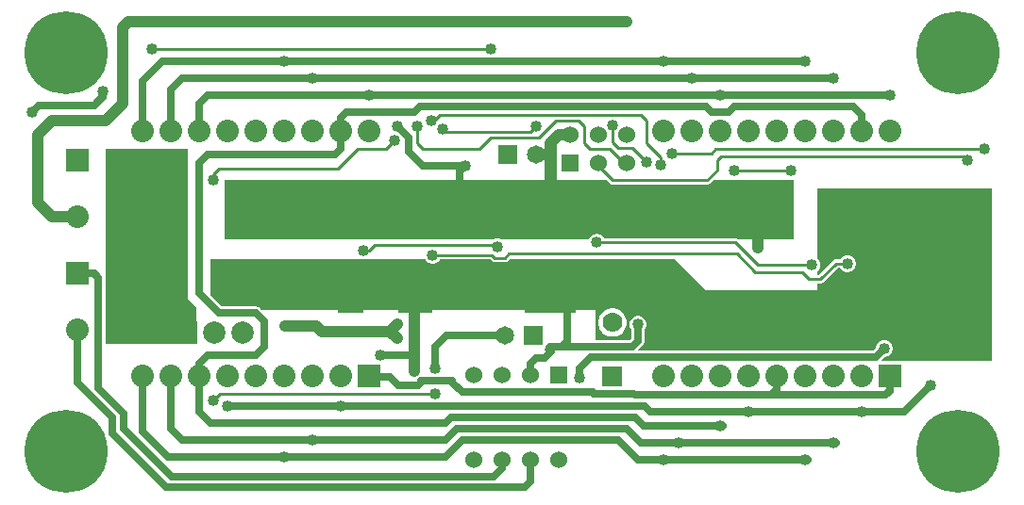
<source format=gbr>
G04 start of page 3 for group 1 idx 1 *
G04 Title: (unknown), solder *
G04 Creator: pcb 20110918 *
G04 CreationDate: Tue 05 Feb 2013 03:16:39 AM GMT UTC *
G04 For: railfan *
G04 Format: Gerber/RS-274X *
G04 PCB-Dimensions: 350000 175000 *
G04 PCB-Coordinate-Origin: lower left *
%MOIN*%
%FSLAX25Y25*%
%LNBOTTOM*%
%ADD50C,0.0380*%
%ADD49C,0.0430*%
%ADD48C,0.0280*%
%ADD47C,0.0450*%
%ADD46C,0.0480*%
%ADD45C,0.1285*%
%ADD44C,0.0200*%
%ADD43C,0.0650*%
%ADD42C,0.0600*%
%ADD41C,0.0700*%
%ADD40C,0.0787*%
%ADD39C,0.0800*%
%ADD38C,0.2937*%
%ADD37C,0.0100*%
%ADD36C,0.0400*%
%ADD35C,0.0250*%
%ADD34C,0.0001*%
G54D34*G36*
X218000Y85000D02*X229500D01*
Y74000D01*
X218000D01*
Y85000D01*
G37*
G36*
X227000D02*X232000D01*
X243000Y74000D01*
Y69000D01*
X227000D01*
Y79035D01*
X227430Y79138D01*
X227866Y79319D01*
X228269Y79565D01*
X228628Y79872D01*
X228935Y80231D01*
X229181Y80634D01*
X229362Y81070D01*
X229472Y81529D01*
X229500Y82000D01*
X229472Y82471D01*
X229362Y82930D01*
X229181Y83366D01*
X228935Y83769D01*
X228628Y84128D01*
X228269Y84435D01*
X227866Y84681D01*
X227430Y84862D01*
X227000Y84965D01*
Y85000D01*
G37*
G36*
X256000Y69500D02*X267500D01*
Y58500D01*
X256000D01*
Y69500D01*
G37*
G36*
X321495Y74000D02*X344000D01*
Y49000D01*
X321495D01*
Y60991D01*
X321500Y60991D01*
X321971Y61028D01*
X322430Y61138D01*
X322866Y61319D01*
X323269Y61565D01*
X323628Y61872D01*
X323935Y62231D01*
X324181Y62634D01*
X324362Y63070D01*
X324472Y63529D01*
X324500Y64000D01*
X324472Y64471D01*
X324362Y64930D01*
X324181Y65366D01*
X323935Y65769D01*
X323628Y66128D01*
X323269Y66435D01*
X322866Y66681D01*
X322430Y66862D01*
X321971Y66972D01*
X321500Y67009D01*
X321495Y67009D01*
Y74000D01*
G37*
G36*
X281495D02*X297035D01*
X297138Y73570D01*
X297319Y73134D01*
X297565Y72731D01*
X297872Y72372D01*
X298231Y72065D01*
X298634Y71819D01*
X299070Y71638D01*
X299529Y71528D01*
X300000Y71491D01*
X300471Y71528D01*
X300930Y71638D01*
X301366Y71819D01*
X301769Y72065D01*
X302128Y72372D01*
X302435Y72731D01*
X302681Y73134D01*
X302862Y73570D01*
X302965Y74000D01*
X321495D01*
Y67009D01*
X321029Y66972D01*
X320570Y66862D01*
X320134Y66681D01*
X319731Y66435D01*
X319372Y66128D01*
X319065Y65769D01*
X318819Y65366D01*
X318638Y64930D01*
X318528Y64471D01*
X318491Y64000D01*
X318528Y63529D01*
X318638Y63070D01*
X318819Y62634D01*
X319065Y62231D01*
X319372Y61872D01*
X319731Y61565D01*
X320134Y61319D01*
X320570Y61138D01*
X321029Y61028D01*
X321495Y60991D01*
Y49000D01*
X312749D01*
X312683Y49041D01*
X312465Y49131D01*
X312235Y49186D01*
X312000Y49200D01*
X304870Y49188D01*
X306187Y50506D01*
X306471Y50528D01*
X306930Y50638D01*
X307366Y50819D01*
X307769Y51065D01*
X308128Y51372D01*
X308435Y51731D01*
X308681Y52134D01*
X308862Y52570D01*
X308972Y53029D01*
X309000Y53500D01*
X308972Y53971D01*
X308862Y54430D01*
X308681Y54866D01*
X308435Y55269D01*
X308128Y55628D01*
X307769Y55935D01*
X307366Y56181D01*
X306930Y56362D01*
X306471Y56472D01*
X306000Y56509D01*
X305529Y56472D01*
X305070Y56362D01*
X304634Y56181D01*
X304231Y55935D01*
X303872Y55628D01*
X303565Y55269D01*
X303319Y54866D01*
X303138Y54430D01*
X303028Y53971D01*
X303006Y53687D01*
X302068Y52750D01*
X281495D01*
Y61491D01*
X281500Y61491D01*
X281971Y61528D01*
X282430Y61638D01*
X282866Y61819D01*
X283269Y62065D01*
X283628Y62372D01*
X283935Y62731D01*
X284181Y63134D01*
X284362Y63570D01*
X284472Y64029D01*
X284500Y64500D01*
X284472Y64971D01*
X284362Y65430D01*
X284181Y65866D01*
X283935Y66269D01*
X283628Y66628D01*
X283269Y66935D01*
X282866Y67181D01*
X282430Y67362D01*
X281971Y67472D01*
X281500Y67509D01*
X281495Y67509D01*
Y74000D01*
G37*
G36*
X261995D02*X281495D01*
Y67509D01*
X281029Y67472D01*
X280570Y67362D01*
X280134Y67181D01*
X279731Y66935D01*
X279372Y66628D01*
X279065Y66269D01*
X278819Y65866D01*
X278638Y65430D01*
X278528Y64971D01*
X278491Y64500D01*
X278528Y64029D01*
X278638Y63570D01*
X278819Y63134D01*
X279065Y62731D01*
X279372Y62372D01*
X279731Y62065D01*
X280134Y61819D01*
X280570Y61638D01*
X281029Y61528D01*
X281495Y61491D01*
Y52750D01*
X261995D01*
Y61491D01*
X262000Y61491D01*
X262471Y61528D01*
X262930Y61638D01*
X263366Y61819D01*
X263769Y62065D01*
X264128Y62372D01*
X264435Y62731D01*
X264681Y63134D01*
X264862Y63570D01*
X264972Y64029D01*
X265000Y64500D01*
X264972Y64971D01*
X264862Y65430D01*
X264681Y65866D01*
X264435Y66269D01*
X264128Y66628D01*
X263769Y66935D01*
X263366Y67181D01*
X262930Y67362D01*
X262471Y67472D01*
X262000Y67509D01*
X261995Y67509D01*
Y74000D01*
G37*
G36*
X209992D02*X261995D01*
Y67509D01*
X261529Y67472D01*
X261070Y67362D01*
X260634Y67181D01*
X260231Y66935D01*
X259872Y66628D01*
X259565Y66269D01*
X259319Y65866D01*
X259138Y65430D01*
X259028Y64971D01*
X258991Y64500D01*
X259028Y64029D01*
X259138Y63570D01*
X259319Y63134D01*
X259565Y62731D01*
X259872Y62372D01*
X260231Y62065D01*
X260634Y61819D01*
X261070Y61638D01*
X261529Y61528D01*
X261995Y61491D01*
Y52750D01*
X218932D01*
X220529Y54347D01*
X220596Y54404D01*
X220826Y54673D01*
X220826Y54673D01*
X221011Y54975D01*
X221146Y55303D01*
X221229Y55647D01*
X221257Y56000D01*
X221250Y56088D01*
Y60015D01*
X221435Y60231D01*
X221681Y60634D01*
X221862Y61070D01*
X221972Y61529D01*
X222000Y62000D01*
X221972Y62471D01*
X221862Y62930D01*
X221681Y63366D01*
X221435Y63769D01*
X221128Y64128D01*
X220769Y64435D01*
X220366Y64681D01*
X219930Y64862D01*
X219471Y64972D01*
X219000Y65009D01*
X218529Y64972D01*
X218070Y64862D01*
X217634Y64681D01*
X217231Y64435D01*
X216872Y64128D01*
X216565Y63769D01*
X216319Y63366D01*
X216138Y62930D01*
X216028Y62471D01*
X215991Y62000D01*
X216028Y61529D01*
X216138Y61070D01*
X216319Y60634D01*
X216565Y60231D01*
X216750Y60015D01*
Y56932D01*
X216068Y56250D01*
X209992D01*
Y57591D01*
X210000Y57591D01*
X210785Y57652D01*
X211550Y57836D01*
X212277Y58137D01*
X212948Y58548D01*
X213546Y59060D01*
X214058Y59658D01*
X214469Y60329D01*
X214770Y61056D01*
X214954Y61821D01*
X215000Y62606D01*
X214954Y63391D01*
X214770Y64156D01*
X214469Y64883D01*
X214058Y65554D01*
X213546Y66152D01*
X212948Y66664D01*
X212277Y67075D01*
X211550Y67376D01*
X210785Y67560D01*
X210000Y67621D01*
X209992Y67621D01*
Y74000D01*
G37*
G36*
X204000D02*X209992D01*
Y67621D01*
X209215Y67560D01*
X208450Y67376D01*
X207723Y67075D01*
X207052Y66664D01*
X206454Y66152D01*
X205942Y65554D01*
X205531Y64883D01*
X205230Y64156D01*
X205046Y63391D01*
X204985Y62606D01*
X205046Y61821D01*
X205230Y61056D01*
X205531Y60329D01*
X205942Y59658D01*
X206454Y59060D01*
X207052Y58548D01*
X207723Y58137D01*
X208450Y57836D01*
X209215Y57652D01*
X209992Y57591D01*
Y56250D01*
X204000D01*
Y74000D01*
G37*
G36*
X276000Y70000D02*X287500D01*
Y59000D01*
X276000D01*
Y70000D01*
G37*
G36*
X255500Y103000D02*X267000D01*
Y92000D01*
X255500D01*
Y103000D01*
G37*
G36*
X282500Y91000D02*X290000D01*
Y85000D01*
X283500D01*
X282500Y86000D01*
Y91000D01*
G37*
G36*
X295500Y78500D02*X304500D01*
Y71000D01*
X295500D01*
Y78500D01*
G37*
G36*
X327995Y110000D02*X344000D01*
Y49000D01*
X327995D01*
Y100491D01*
X328000Y100491D01*
X328471Y100528D01*
X328930Y100638D01*
X329366Y100819D01*
X329769Y101065D01*
X330128Y101372D01*
X330435Y101731D01*
X330681Y102134D01*
X330862Y102570D01*
X330972Y103029D01*
X331000Y103500D01*
X330972Y103971D01*
X330862Y104430D01*
X330681Y104866D01*
X330435Y105269D01*
X330128Y105628D01*
X329769Y105935D01*
X329366Y106181D01*
X328930Y106362D01*
X328471Y106472D01*
X328000Y106509D01*
X327995Y106509D01*
Y110000D01*
G37*
G36*
X324000D02*X327995D01*
Y106509D01*
X327529Y106472D01*
X327070Y106362D01*
X326634Y106181D01*
X326231Y105935D01*
X325872Y105628D01*
X325565Y105269D01*
X325319Y104866D01*
X325138Y104430D01*
X325028Y103971D01*
X324991Y103500D01*
X325028Y103029D01*
X325138Y102570D01*
X325319Y102134D01*
X325565Y101731D01*
X325872Y101372D01*
X326231Y101065D01*
X326634Y100819D01*
X327070Y100638D01*
X327529Y100528D01*
X327995Y100491D01*
Y49000D01*
X324000D01*
Y62338D01*
X324181Y62634D01*
X324362Y63070D01*
X324472Y63529D01*
X324500Y64000D01*
X324472Y64471D01*
X324362Y64930D01*
X324181Y65366D01*
X324000Y65662D01*
Y110000D01*
G37*
G36*
X315500Y69000D02*X327000D01*
Y58000D01*
X315500D01*
Y69000D01*
G37*
G36*
X327995Y110000D02*X333000D01*
Y60500D01*
X327995D01*
Y100491D01*
X328000Y100491D01*
X328471Y100528D01*
X328930Y100638D01*
X329366Y100819D01*
X329769Y101065D01*
X330128Y101372D01*
X330435Y101731D01*
X330681Y102134D01*
X330862Y102570D01*
X330972Y103029D01*
X331000Y103500D01*
X330972Y103971D01*
X330862Y104430D01*
X330681Y104866D01*
X330435Y105269D01*
X330128Y105628D01*
X329769Y105935D01*
X329366Y106181D01*
X328930Y106362D01*
X328471Y106472D01*
X328000Y106509D01*
X327995Y106509D01*
Y110000D01*
G37*
G36*
X321495D02*X327995D01*
Y106509D01*
X327529Y106472D01*
X327070Y106362D01*
X326634Y106181D01*
X326231Y105935D01*
X325872Y105628D01*
X325565Y105269D01*
X325319Y104866D01*
X325138Y104430D01*
X325028Y103971D01*
X324991Y103500D01*
X325028Y103029D01*
X325138Y102570D01*
X325319Y102134D01*
X325565Y101731D01*
X325872Y101372D01*
X326231Y101065D01*
X326634Y100819D01*
X327070Y100638D01*
X327529Y100528D01*
X327995Y100491D01*
Y60500D01*
X321495D01*
Y60991D01*
X321500Y60991D01*
X321971Y61028D01*
X322430Y61138D01*
X322866Y61319D01*
X323269Y61565D01*
X323628Y61872D01*
X323935Y62231D01*
X324181Y62634D01*
X324362Y63070D01*
X324472Y63529D01*
X324500Y64000D01*
X324472Y64471D01*
X324362Y64930D01*
X324181Y65366D01*
X323935Y65769D01*
X323628Y66128D01*
X323269Y66435D01*
X322866Y66681D01*
X322430Y66862D01*
X321971Y66972D01*
X321500Y67009D01*
X321495Y67009D01*
Y110000D01*
G37*
G36*
X312495D02*X321495D01*
Y67009D01*
X321029Y66972D01*
X320570Y66862D01*
X320134Y66681D01*
X319731Y66435D01*
X319372Y66128D01*
X319065Y65769D01*
X318819Y65366D01*
X318638Y64930D01*
X318528Y64471D01*
X318491Y64000D01*
X318528Y63529D01*
X318638Y63070D01*
X318819Y62634D01*
X319065Y62231D01*
X319372Y61872D01*
X319731Y61565D01*
X320134Y61319D01*
X320570Y61138D01*
X321029Y61028D01*
X321495Y60991D01*
Y60500D01*
X312495D01*
Y100491D01*
X312500Y100491D01*
X312971Y100528D01*
X313430Y100638D01*
X313866Y100819D01*
X314269Y101065D01*
X314628Y101372D01*
X314935Y101731D01*
X315181Y102134D01*
X315362Y102570D01*
X315472Y103029D01*
X315500Y103500D01*
X315472Y103971D01*
X315362Y104430D01*
X315181Y104866D01*
X314935Y105269D01*
X314628Y105628D01*
X314269Y105935D01*
X313866Y106181D01*
X313430Y106362D01*
X312971Y106472D01*
X312500Y106509D01*
X312495Y106509D01*
Y110000D01*
G37*
G36*
X299995D02*X312495D01*
Y106509D01*
X312029Y106472D01*
X311570Y106362D01*
X311134Y106181D01*
X310731Y105935D01*
X310372Y105628D01*
X310065Y105269D01*
X309819Y104866D01*
X309638Y104430D01*
X309528Y103971D01*
X309491Y103500D01*
X309528Y103029D01*
X309638Y102570D01*
X309819Y102134D01*
X310065Y101731D01*
X310372Y101372D01*
X310731Y101065D01*
X311134Y100819D01*
X311570Y100638D01*
X312029Y100528D01*
X312495Y100491D01*
Y60500D01*
X299995D01*
Y71491D01*
X300000Y71491D01*
X300471Y71528D01*
X300930Y71638D01*
X301366Y71819D01*
X301769Y72065D01*
X302128Y72372D01*
X302435Y72731D01*
X302681Y73134D01*
X302862Y73570D01*
X302972Y74029D01*
X303000Y74500D01*
X302972Y74971D01*
X302862Y75430D01*
X302681Y75866D01*
X302435Y76269D01*
X302128Y76628D01*
X301769Y76935D01*
X301366Y77181D01*
X300930Y77362D01*
X300471Y77472D01*
X300000Y77509D01*
X299995Y77509D01*
Y110000D01*
G37*
G36*
X296495D02*X299995D01*
Y77509D01*
X299529Y77472D01*
X299070Y77362D01*
X298634Y77181D01*
X298231Y76935D01*
X297872Y76628D01*
X297565Y76269D01*
X297319Y75866D01*
X297138Y75430D01*
X297028Y74971D01*
X296991Y74500D01*
X297028Y74029D01*
X297138Y73570D01*
X297319Y73134D01*
X297565Y72731D01*
X297872Y72372D01*
X298231Y72065D01*
X298634Y71819D01*
X299070Y71638D01*
X299529Y71528D01*
X299995Y71491D01*
Y60500D01*
X296495D01*
Y100491D01*
X296500Y100491D01*
X296971Y100528D01*
X297430Y100638D01*
X297866Y100819D01*
X298269Y101065D01*
X298628Y101372D01*
X298935Y101731D01*
X299181Y102134D01*
X299362Y102570D01*
X299472Y103029D01*
X299500Y103500D01*
X299472Y103971D01*
X299362Y104430D01*
X299181Y104866D01*
X298935Y105269D01*
X298628Y105628D01*
X298269Y105935D01*
X297866Y106181D01*
X297430Y106362D01*
X296971Y106472D01*
X296500Y106509D01*
X296495Y106509D01*
Y110000D01*
G37*
G36*
X286495D02*X296495D01*
Y106509D01*
X296029Y106472D01*
X295570Y106362D01*
X295134Y106181D01*
X294731Y105935D01*
X294372Y105628D01*
X294065Y105269D01*
X293819Y104866D01*
X293638Y104430D01*
X293528Y103971D01*
X293491Y103500D01*
X293528Y103029D01*
X293638Y102570D01*
X293819Y102134D01*
X294065Y101731D01*
X294372Y101372D01*
X294731Y101065D01*
X295134Y100819D01*
X295570Y100638D01*
X296029Y100528D01*
X296495Y100491D01*
Y60500D01*
X286495D01*
Y78874D01*
X289621Y82000D01*
X290401D01*
X290565Y81731D01*
X290872Y81372D01*
X291231Y81065D01*
X291634Y80819D01*
X292070Y80638D01*
X292529Y80528D01*
X293000Y80491D01*
X293471Y80528D01*
X293930Y80638D01*
X294366Y80819D01*
X294769Y81065D01*
X295128Y81372D01*
X295435Y81731D01*
X295681Y82134D01*
X295862Y82570D01*
X295972Y83029D01*
X296000Y83500D01*
X295972Y83971D01*
X295862Y84430D01*
X295681Y84866D01*
X295435Y85269D01*
X295128Y85628D01*
X294769Y85935D01*
X294366Y86181D01*
X293930Y86362D01*
X293471Y86472D01*
X293000Y86509D01*
X292529Y86472D01*
X292070Y86362D01*
X291634Y86181D01*
X291231Y85935D01*
X290872Y85628D01*
X290565Y85269D01*
X290401Y85000D01*
X289059D01*
X289000Y85005D01*
X288765Y84986D01*
X288535Y84931D01*
X288317Y84841D01*
X288116Y84717D01*
X288115Y84717D01*
X287936Y84564D01*
X287898Y84519D01*
X286495Y83117D01*
Y84991D01*
X286500Y84991D01*
X286971Y85028D01*
X287430Y85138D01*
X287866Y85319D01*
X288269Y85565D01*
X288628Y85872D01*
X288935Y86231D01*
X289181Y86634D01*
X289362Y87070D01*
X289472Y87529D01*
X289500Y88000D01*
X289472Y88471D01*
X289362Y88930D01*
X289181Y89366D01*
X288935Y89769D01*
X288628Y90128D01*
X288269Y90435D01*
X287866Y90681D01*
X287430Y90862D01*
X286971Y90972D01*
X286500Y91009D01*
X286495Y91009D01*
Y110000D01*
G37*
G36*
Y60500D02*X282500D01*
Y61667D01*
X282866Y61819D01*
X283269Y62065D01*
X283628Y62372D01*
X283935Y62731D01*
X284181Y63134D01*
X284362Y63570D01*
X284472Y64029D01*
X284500Y64500D01*
X284472Y64971D01*
X284362Y65430D01*
X284181Y65866D01*
X283935Y66269D01*
X283628Y66628D01*
X283269Y66935D01*
X282866Y67181D01*
X282500Y67333D01*
Y76500D01*
X283441D01*
X283500Y76495D01*
X283735Y76514D01*
X283735Y76514D01*
X283965Y76569D01*
X284183Y76659D01*
X284384Y76783D01*
X284564Y76936D01*
X284602Y76981D01*
X286495Y78874D01*
Y60500D01*
G37*
G36*
X282500Y110000D02*X286495D01*
Y91009D01*
X286029Y90972D01*
X285570Y90862D01*
X285134Y90681D01*
X284731Y90435D01*
X284372Y90128D01*
X284065Y89769D01*
X283819Y89366D01*
X283638Y88930D01*
X283528Y88471D01*
X283491Y88000D01*
X283528Y87529D01*
X283638Y87070D01*
X283819Y86634D01*
X284065Y86231D01*
X284372Y85872D01*
X284731Y85565D01*
X285134Y85319D01*
X285570Y85138D01*
X286029Y85028D01*
X286495Y84991D01*
Y83117D01*
X282879Y79500D01*
X282500D01*
Y80763D01*
X282628Y80872D01*
X282935Y81231D01*
X283181Y81634D01*
X283362Y82070D01*
X283472Y82529D01*
X283500Y83000D01*
X283472Y83471D01*
X283362Y83930D01*
X283181Y84366D01*
X282935Y84769D01*
X282628Y85128D01*
X282500Y85237D01*
Y110000D01*
G37*
G36*
X243500Y109000D02*X274000D01*
Y96500D01*
X243500D01*
Y109000D01*
G37*
G36*
X282500Y110000D02*X344000D01*
Y94000D01*
X282500D01*
Y110000D01*
G37*
G36*
X52000Y55000D02*Y68000D01*
X63000D01*
Y55000D01*
X52000D01*
G37*
G36*
X56000Y71000D02*X60000D01*
X63000Y68000D01*
Y65000D01*
X56000D01*
Y71000D01*
G37*
G36*
X44995Y124000D02*X60000D01*
Y55000D01*
X44995D01*
Y105991D01*
X45000Y105991D01*
X45471Y106028D01*
X45930Y106138D01*
X46366Y106319D01*
X46769Y106565D01*
X47128Y106872D01*
X47435Y107231D01*
X47681Y107634D01*
X47862Y108070D01*
X47972Y108529D01*
X48000Y109000D01*
X47972Y109471D01*
X47862Y109930D01*
X47681Y110366D01*
X47435Y110769D01*
X47128Y111128D01*
X46769Y111435D01*
X46366Y111681D01*
X45930Y111862D01*
X45471Y111972D01*
X45000Y112009D01*
X44995Y112009D01*
Y116991D01*
X45000Y116991D01*
X45471Y117028D01*
X45930Y117138D01*
X46366Y117319D01*
X46769Y117565D01*
X47128Y117872D01*
X47435Y118231D01*
X47681Y118634D01*
X47862Y119070D01*
X47972Y119529D01*
X48000Y120000D01*
X47972Y120471D01*
X47862Y120930D01*
X47681Y121366D01*
X47435Y121769D01*
X47128Y122128D01*
X46769Y122435D01*
X46366Y122681D01*
X45930Y122862D01*
X45471Y122972D01*
X45000Y123009D01*
X44995Y123009D01*
Y124000D01*
G37*
G36*
X39995D02*X44995D01*
Y123009D01*
X44529Y122972D01*
X44070Y122862D01*
X43634Y122681D01*
X43231Y122435D01*
X42872Y122128D01*
X42565Y121769D01*
X42319Y121366D01*
X42138Y120930D01*
X42028Y120471D01*
X41991Y120000D01*
X42028Y119529D01*
X42138Y119070D01*
X42319Y118634D01*
X42565Y118231D01*
X42872Y117872D01*
X43231Y117565D01*
X43634Y117319D01*
X44070Y117138D01*
X44529Y117028D01*
X44995Y116991D01*
Y112009D01*
X44529Y111972D01*
X44070Y111862D01*
X43634Y111681D01*
X43231Y111435D01*
X42872Y111128D01*
X42565Y110769D01*
X42319Y110366D01*
X42138Y109930D01*
X42028Y109471D01*
X41991Y109000D01*
X42028Y108529D01*
X42138Y108070D01*
X42319Y107634D01*
X42565Y107231D01*
X42872Y106872D01*
X43231Y106565D01*
X43634Y106319D01*
X44070Y106138D01*
X44529Y106028D01*
X44995Y105991D01*
Y55000D01*
X39995D01*
Y110991D01*
X40000Y110991D01*
X40471Y111028D01*
X40930Y111138D01*
X41366Y111319D01*
X41769Y111565D01*
X42128Y111872D01*
X42435Y112231D01*
X42681Y112634D01*
X42862Y113070D01*
X42972Y113529D01*
X43000Y114000D01*
X42972Y114471D01*
X42862Y114930D01*
X42681Y115366D01*
X42435Y115769D01*
X42128Y116128D01*
X41769Y116435D01*
X41366Y116681D01*
X40930Y116862D01*
X40471Y116972D01*
X40000Y117009D01*
X39995Y117009D01*
Y124000D01*
G37*
G36*
X34995D02*X39995D01*
Y117009D01*
X39529Y116972D01*
X39070Y116862D01*
X38634Y116681D01*
X38231Y116435D01*
X37872Y116128D01*
X37565Y115769D01*
X37319Y115366D01*
X37138Y114930D01*
X37028Y114471D01*
X36991Y114000D01*
X37028Y113529D01*
X37138Y113070D01*
X37319Y112634D01*
X37565Y112231D01*
X37872Y111872D01*
X38231Y111565D01*
X38634Y111319D01*
X39070Y111138D01*
X39529Y111028D01*
X39995Y110991D01*
Y55000D01*
X34995D01*
Y105991D01*
X35000Y105991D01*
X35471Y106028D01*
X35930Y106138D01*
X36366Y106319D01*
X36769Y106565D01*
X37128Y106872D01*
X37435Y107231D01*
X37681Y107634D01*
X37862Y108070D01*
X37972Y108529D01*
X38000Y109000D01*
X37972Y109471D01*
X37862Y109930D01*
X37681Y110366D01*
X37435Y110769D01*
X37128Y111128D01*
X36769Y111435D01*
X36366Y111681D01*
X35930Y111862D01*
X35471Y111972D01*
X35000Y112009D01*
X34995Y112009D01*
Y116991D01*
X35000Y116991D01*
X35471Y117028D01*
X35930Y117138D01*
X36366Y117319D01*
X36769Y117565D01*
X37128Y117872D01*
X37435Y118231D01*
X37681Y118634D01*
X37862Y119070D01*
X37972Y119529D01*
X38000Y120000D01*
X37972Y120471D01*
X37862Y120930D01*
X37681Y121366D01*
X37435Y121769D01*
X37128Y122128D01*
X36769Y122435D01*
X36366Y122681D01*
X35930Y122862D01*
X35471Y122972D01*
X35000Y123009D01*
X34995Y123009D01*
Y124000D01*
G37*
G36*
X31000D02*X34995D01*
Y123009D01*
X34529Y122972D01*
X34070Y122862D01*
X33634Y122681D01*
X33231Y122435D01*
X32872Y122128D01*
X32565Y121769D01*
X32319Y121366D01*
X32138Y120930D01*
X32028Y120471D01*
X31991Y120000D01*
X32028Y119529D01*
X32138Y119070D01*
X32319Y118634D01*
X32565Y118231D01*
X32872Y117872D01*
X33231Y117565D01*
X33634Y117319D01*
X34070Y117138D01*
X34529Y117028D01*
X34995Y116991D01*
Y112009D01*
X34529Y111972D01*
X34070Y111862D01*
X33634Y111681D01*
X33231Y111435D01*
X32872Y111128D01*
X32565Y110769D01*
X32319Y110366D01*
X32138Y109930D01*
X32028Y109471D01*
X31991Y109000D01*
X32028Y108529D01*
X32138Y108070D01*
X32319Y107634D01*
X32565Y107231D01*
X32872Y106872D01*
X33231Y106565D01*
X33634Y106319D01*
X34070Y106138D01*
X34529Y106028D01*
X34995Y105991D01*
Y55000D01*
X31000D01*
Y124000D01*
G37*
G36*
X50000D01*
Y105000D01*
X31000D01*
Y124000D01*
G37*
G36*
X73000Y113000D02*X98000D01*
Y96000D01*
X73000D01*
Y113000D01*
G37*
G36*
X68000Y85000D02*X90000D01*
Y72000D01*
X68000D01*
Y85000D01*
G37*
G36*
X144500Y83500D02*X164500D01*
Y73500D01*
X144500D01*
Y83500D01*
G37*
G36*
X197000Y85000D02*Y66000D01*
X179000D01*
Y85000D01*
X197000D01*
G37*
G36*
X182995D02*X226382D01*
X226029Y84972D01*
X225570Y84862D01*
X225134Y84681D01*
X224731Y84435D01*
X224372Y84128D01*
X224065Y83769D01*
X223819Y83366D01*
X223638Y82930D01*
X223528Y82471D01*
X223491Y82000D01*
X223528Y81529D01*
X223638Y81070D01*
X223819Y80634D01*
X224065Y80231D01*
X224372Y79872D01*
X224731Y79565D01*
X225134Y79319D01*
X225570Y79138D01*
X226029Y79028D01*
X226500Y78991D01*
X226971Y79028D01*
X227430Y79138D01*
X227866Y79319D01*
X228269Y79565D01*
X228628Y79872D01*
X228935Y80231D01*
X229181Y80634D01*
X229362Y81070D01*
X229472Y81529D01*
X229500Y82000D01*
X229472Y82471D01*
X229362Y82930D01*
X229181Y83366D01*
X228935Y83769D01*
X228628Y84128D01*
X228269Y84435D01*
X227866Y84681D01*
X227430Y84862D01*
X226971Y84972D01*
X226618Y85000D01*
X232000D01*
Y67000D01*
X212399D01*
X212277Y67075D01*
X211550Y67376D01*
X210785Y67560D01*
X210000Y67621D01*
X209215Y67560D01*
X208450Y67376D01*
X207723Y67075D01*
X207601Y67000D01*
X196250D01*
Y70000D01*
X196229Y70353D01*
X196146Y70697D01*
X196011Y71025D01*
X195826Y71327D01*
X195596Y71596D01*
X195327Y71826D01*
X195025Y72011D01*
X194697Y72146D01*
X194353Y72229D01*
X194000Y72257D01*
X193647Y72229D01*
X193303Y72146D01*
X192975Y72011D01*
X192673Y71826D01*
X192404Y71596D01*
X192174Y71327D01*
X191989Y71025D01*
X191854Y70697D01*
X191771Y70353D01*
X191750Y70000D01*
Y67000D01*
X182995D01*
Y72991D01*
X183000Y72991D01*
X183471Y73028D01*
X183930Y73138D01*
X184366Y73319D01*
X184769Y73565D01*
X185128Y73872D01*
X185435Y74231D01*
X185681Y74634D01*
X185862Y75070D01*
X185972Y75529D01*
X186000Y76000D01*
X185972Y76471D01*
X185862Y76930D01*
X185681Y77366D01*
X185435Y77769D01*
X185128Y78128D01*
X184769Y78435D01*
X184366Y78681D01*
X183930Y78862D01*
X183471Y78972D01*
X183000Y79009D01*
X182995Y79009D01*
Y85000D01*
G37*
G36*
X160495D02*X166879D01*
X167398Y84481D01*
X167436Y84436D01*
X167616Y84283D01*
X167817Y84159D01*
X168035Y84069D01*
X168265Y84014D01*
X168500Y83995D01*
X168559Y84000D01*
X171941D01*
X172000Y83995D01*
X172235Y84014D01*
X172235Y84014D01*
X172465Y84069D01*
X172683Y84159D01*
X172884Y84283D01*
X173064Y84436D01*
X173102Y84481D01*
X173621Y85000D01*
X182995D01*
Y79009D01*
X182529Y78972D01*
X182070Y78862D01*
X181634Y78681D01*
X181231Y78435D01*
X180872Y78128D01*
X180565Y77769D01*
X180319Y77366D01*
X180138Y76930D01*
X180028Y76471D01*
X179991Y76000D01*
X180028Y75529D01*
X180138Y75070D01*
X180319Y74634D01*
X180565Y74231D01*
X180872Y73872D01*
X181231Y73565D01*
X181634Y73319D01*
X182070Y73138D01*
X182529Y73028D01*
X182995Y72991D01*
Y67000D01*
X160495D01*
Y75991D01*
X160500Y75991D01*
X160971Y76028D01*
X161430Y76138D01*
X161866Y76319D01*
X162269Y76565D01*
X162628Y76872D01*
X162935Y77231D01*
X163181Y77634D01*
X163362Y78070D01*
X163472Y78529D01*
X163500Y79000D01*
X163472Y79471D01*
X163362Y79930D01*
X163181Y80366D01*
X162935Y80769D01*
X162628Y81128D01*
X162269Y81435D01*
X161866Y81681D01*
X161430Y81862D01*
X160971Y81972D01*
X160500Y82009D01*
X160495Y82009D01*
Y85000D01*
G37*
G36*
X150495D02*X160495D01*
Y82009D01*
X160029Y81972D01*
X159570Y81862D01*
X159134Y81681D01*
X158731Y81435D01*
X158372Y81128D01*
X158065Y80769D01*
X157819Y80366D01*
X157638Y79930D01*
X157528Y79471D01*
X157491Y79000D01*
X157528Y78529D01*
X157638Y78070D01*
X157819Y77634D01*
X158065Y77231D01*
X158372Y76872D01*
X158731Y76565D01*
X159134Y76319D01*
X159570Y76138D01*
X160029Y76028D01*
X160495Y75991D01*
Y67000D01*
X150495D01*
Y74491D01*
X150500Y74491D01*
X150971Y74528D01*
X151430Y74638D01*
X151866Y74819D01*
X152269Y75065D01*
X152628Y75372D01*
X152935Y75731D01*
X153181Y76134D01*
X153362Y76570D01*
X153472Y77029D01*
X153500Y77500D01*
X153472Y77971D01*
X153362Y78430D01*
X153181Y78866D01*
X152935Y79269D01*
X152628Y79628D01*
X152269Y79935D01*
X151866Y80181D01*
X151430Y80362D01*
X150971Y80472D01*
X150500Y80509D01*
X150495Y80509D01*
Y85000D01*
G37*
G36*
X77995D02*X121882D01*
X122000Y84991D01*
X122118Y85000D01*
X143901D01*
X144065Y84731D01*
X144372Y84372D01*
X144731Y84065D01*
X145134Y83819D01*
X145570Y83638D01*
X146029Y83528D01*
X146500Y83491D01*
X146971Y83528D01*
X147430Y83638D01*
X147866Y83819D01*
X148269Y84065D01*
X148628Y84372D01*
X148935Y84731D01*
X149099Y85000D01*
X150495D01*
Y80509D01*
X150029Y80472D01*
X149570Y80362D01*
X149134Y80181D01*
X148731Y79935D01*
X148372Y79628D01*
X148065Y79269D01*
X147819Y78866D01*
X147638Y78430D01*
X147528Y77971D01*
X147491Y77500D01*
X147528Y77029D01*
X147638Y76570D01*
X147819Y76134D01*
X148065Y75731D01*
X148372Y75372D01*
X148731Y75065D01*
X149134Y74819D01*
X149570Y74638D01*
X150029Y74528D01*
X150495Y74491D01*
Y67000D01*
X143000D01*
Y73500D01*
X142972Y73971D01*
X142862Y74430D01*
X142681Y74866D01*
X142435Y75269D01*
X142128Y75628D01*
X141769Y75935D01*
X141366Y76181D01*
X140930Y76362D01*
X140471Y76472D01*
X140000Y76509D01*
X139529Y76472D01*
X139070Y76362D01*
X138634Y76181D01*
X138231Y75935D01*
X137872Y75628D01*
X137565Y75269D01*
X137319Y74866D01*
X137138Y74430D01*
X137028Y73971D01*
X137000Y73500D01*
Y67000D01*
X119833D01*
X119862Y67070D01*
X119972Y67529D01*
X120000Y68000D01*
X119972Y68471D01*
X119862Y68930D01*
X119681Y69366D01*
X119435Y69769D01*
X119128Y70128D01*
X118769Y70435D01*
X118366Y70681D01*
X117930Y70862D01*
X117471Y70972D01*
X117000Y71009D01*
X116529Y70972D01*
X116070Y70862D01*
X115634Y70681D01*
X115231Y70435D01*
X114872Y70128D01*
X114565Y69769D01*
X114319Y69366D01*
X114138Y68930D01*
X114028Y68471D01*
X113991Y68000D01*
X114028Y67529D01*
X114138Y67070D01*
X114167Y67000D01*
X86182D01*
X85653Y67529D01*
X85596Y67596D01*
X85327Y67826D01*
X85327Y67826D01*
X85212Y67896D01*
X85025Y68011D01*
X84793Y68107D01*
X84697Y68146D01*
X84353Y68229D01*
X84000Y68257D01*
X83912Y68250D01*
X77995D01*
Y71991D01*
X78000Y71991D01*
X78471Y72028D01*
X78930Y72138D01*
X79366Y72319D01*
X79769Y72565D01*
X80128Y72872D01*
X80435Y73231D01*
X80681Y73634D01*
X80862Y74070D01*
X80972Y74529D01*
X80996Y74933D01*
X81028Y74529D01*
X81138Y74070D01*
X81319Y73634D01*
X81565Y73231D01*
X81872Y72872D01*
X82231Y72565D01*
X82634Y72319D01*
X83070Y72138D01*
X83529Y72028D01*
X84000Y71991D01*
X84471Y72028D01*
X84930Y72138D01*
X85366Y72319D01*
X85769Y72565D01*
X86128Y72872D01*
X86435Y73231D01*
X86681Y73634D01*
X86862Y74070D01*
X86972Y74529D01*
X87000Y75000D01*
X86972Y75471D01*
X86862Y75930D01*
X86681Y76366D01*
X86435Y76769D01*
X86128Y77128D01*
X85769Y77435D01*
X85366Y77681D01*
X84930Y77862D01*
X84471Y77972D01*
X84118Y78000D01*
X84471Y78028D01*
X84930Y78138D01*
X85366Y78319D01*
X85769Y78565D01*
X86128Y78872D01*
X86435Y79231D01*
X86681Y79634D01*
X86862Y80070D01*
X86972Y80529D01*
X87000Y81000D01*
X86972Y81471D01*
X86862Y81930D01*
X86681Y82366D01*
X86435Y82769D01*
X86128Y83128D01*
X85769Y83435D01*
X85366Y83681D01*
X84930Y83862D01*
X84471Y83972D01*
X84000Y84009D01*
X83529Y83972D01*
X83070Y83862D01*
X82634Y83681D01*
X82231Y83435D01*
X81872Y83128D01*
X81565Y82769D01*
X81319Y82366D01*
X81138Y81930D01*
X81028Y81471D01*
X80996Y81067D01*
X80972Y81471D01*
X80862Y81930D01*
X80681Y82366D01*
X80435Y82769D01*
X80128Y83128D01*
X79769Y83435D01*
X79366Y83681D01*
X78930Y83862D01*
X78471Y83972D01*
X78000Y84009D01*
X77995Y84009D01*
Y85000D01*
G37*
G36*
X68000D02*X77995D01*
Y84009D01*
X77529Y83972D01*
X77070Y83862D01*
X76634Y83681D01*
X76231Y83435D01*
X75872Y83128D01*
X75565Y82769D01*
X75319Y82366D01*
X75138Y81930D01*
X75028Y81471D01*
X74996Y81067D01*
X74972Y81471D01*
X74862Y81930D01*
X74681Y82366D01*
X74435Y82769D01*
X74128Y83128D01*
X73769Y83435D01*
X73366Y83681D01*
X72930Y83862D01*
X72471Y83972D01*
X72000Y84009D01*
X71529Y83972D01*
X71070Y83862D01*
X70634Y83681D01*
X70231Y83435D01*
X69872Y83128D01*
X69565Y82769D01*
X69319Y82366D01*
X69138Y81930D01*
X69028Y81471D01*
X68991Y81000D01*
X69028Y80529D01*
X69138Y80070D01*
X69319Y79634D01*
X69565Y79231D01*
X69872Y78872D01*
X70231Y78565D01*
X70634Y78319D01*
X71070Y78138D01*
X71529Y78028D01*
X71882Y78000D01*
X71529Y77972D01*
X71070Y77862D01*
X70634Y77681D01*
X70231Y77435D01*
X69872Y77128D01*
X69565Y76769D01*
X69319Y76366D01*
X69138Y75930D01*
X69028Y75471D01*
X68991Y75000D01*
X69028Y74529D01*
X69138Y74070D01*
X69319Y73634D01*
X69565Y73231D01*
X69872Y72872D01*
X70231Y72565D01*
X70634Y72319D01*
X71070Y72138D01*
X71529Y72028D01*
X72000Y71991D01*
X72471Y72028D01*
X72930Y72138D01*
X73366Y72319D01*
X73769Y72565D01*
X74128Y72872D01*
X74435Y73231D01*
X74681Y73634D01*
X74862Y74070D01*
X74972Y74529D01*
X74996Y74933D01*
X75028Y74529D01*
X75138Y74070D01*
X75319Y73634D01*
X75565Y73231D01*
X75872Y72872D01*
X76231Y72565D01*
X76634Y72319D01*
X77070Y72138D01*
X77529Y72028D01*
X77995Y71991D01*
Y68250D01*
X71932D01*
X68000Y72182D01*
Y85000D01*
G37*
G36*
X134000Y79000D02*X146000D01*
Y69000D01*
X134000D01*
Y79000D01*
G37*
G36*
X134500Y76000D02*X146500D01*
Y66000D01*
X134500D01*
Y76000D01*
G37*
G36*
X113000Y66000D02*Y73000D01*
X122000D01*
Y66000D01*
X113000D01*
G37*
G36*
X270495Y113000D02*X274000D01*
Y92000D01*
X270495D01*
Y98491D01*
X270500Y98491D01*
X270971Y98528D01*
X271430Y98638D01*
X271866Y98819D01*
X272269Y99065D01*
X272628Y99372D01*
X272935Y99731D01*
X273181Y100134D01*
X273362Y100570D01*
X273472Y101029D01*
X273500Y101500D01*
X273472Y101971D01*
X273362Y102430D01*
X273181Y102866D01*
X272935Y103269D01*
X272628Y103628D01*
X272485Y103750D01*
X272628Y103872D01*
X272935Y104231D01*
X273181Y104634D01*
X273362Y105070D01*
X273472Y105529D01*
X273500Y106000D01*
X273472Y106471D01*
X273362Y106930D01*
X273181Y107366D01*
X272935Y107769D01*
X272628Y108128D01*
X272269Y108435D01*
X271866Y108681D01*
X271430Y108862D01*
X270971Y108972D01*
X270500Y109009D01*
X270495Y109009D01*
Y113000D01*
G37*
G36*
X255495D02*X270495D01*
Y109009D01*
X270029Y108972D01*
X269570Y108862D01*
X269134Y108681D01*
X268731Y108435D01*
X268372Y108128D01*
X268065Y107769D01*
X267819Y107366D01*
X267638Y106930D01*
X267528Y106471D01*
X267491Y106000D01*
X267528Y105529D01*
X267638Y105070D01*
X267819Y104634D01*
X268065Y104231D01*
X268372Y103872D01*
X268515Y103750D01*
X268372Y103628D01*
X268065Y103269D01*
X267819Y102866D01*
X267638Y102430D01*
X267528Y101971D01*
X267491Y101500D01*
X267528Y101029D01*
X267638Y100570D01*
X267819Y100134D01*
X268065Y99731D01*
X268372Y99372D01*
X268731Y99065D01*
X269134Y98819D01*
X269570Y98638D01*
X270029Y98528D01*
X270495Y98491D01*
Y92000D01*
X264500D01*
Y98901D01*
X264769Y99065D01*
X265128Y99372D01*
X265435Y99731D01*
X265681Y100134D01*
X265862Y100570D01*
X265972Y101029D01*
X266000Y101500D01*
X265972Y101971D01*
X265862Y102430D01*
X265681Y102866D01*
X265435Y103269D01*
X265128Y103628D01*
X264985Y103750D01*
X265128Y103872D01*
X265435Y104231D01*
X265681Y104634D01*
X265862Y105070D01*
X265972Y105529D01*
X266000Y106000D01*
X265972Y106471D01*
X265862Y106930D01*
X265681Y107366D01*
X265435Y107769D01*
X265128Y108128D01*
X264769Y108435D01*
X264366Y108681D01*
X263930Y108862D01*
X263471Y108972D01*
X263000Y109009D01*
X262529Y108972D01*
X262070Y108862D01*
X261634Y108681D01*
X261231Y108435D01*
X260872Y108128D01*
X260565Y107769D01*
X260319Y107366D01*
X260138Y106930D01*
X260028Y106471D01*
X259991Y106000D01*
X260028Y105529D01*
X260138Y105070D01*
X260319Y104634D01*
X260565Y104231D01*
X260872Y103872D01*
X261015Y103750D01*
X260872Y103628D01*
X260565Y103269D01*
X260319Y102866D01*
X260138Y102430D01*
X260028Y101971D01*
X259998Y101598D01*
X259731Y101435D01*
X259372Y101128D01*
X259065Y100769D01*
X258819Y100366D01*
X258638Y99930D01*
X258528Y99471D01*
X258500Y99000D01*
Y92000D01*
X255495D01*
Y98491D01*
X255500Y98491D01*
X255971Y98528D01*
X256430Y98638D01*
X256866Y98819D01*
X257269Y99065D01*
X257628Y99372D01*
X257935Y99731D01*
X258181Y100134D01*
X258362Y100570D01*
X258472Y101029D01*
X258500Y101500D01*
X258472Y101971D01*
X258362Y102430D01*
X258181Y102866D01*
X257935Y103269D01*
X257628Y103628D01*
X257485Y103750D01*
X257628Y103872D01*
X257935Y104231D01*
X258181Y104634D01*
X258362Y105070D01*
X258472Y105529D01*
X258500Y106000D01*
X258472Y106471D01*
X258362Y106930D01*
X258181Y107366D01*
X257935Y107769D01*
X257628Y108128D01*
X257269Y108435D01*
X256866Y108681D01*
X256430Y108862D01*
X255971Y108972D01*
X255500Y109009D01*
X255495Y109009D01*
Y113000D01*
G37*
G36*
X165495D02*X185000D01*
Y110000D01*
X185028Y109529D01*
X185138Y109070D01*
X185319Y108634D01*
X185565Y108231D01*
X185872Y107872D01*
X186231Y107565D01*
X186634Y107319D01*
X187070Y107138D01*
X187529Y107028D01*
X187969Y106993D01*
X187975Y106989D01*
X188303Y106854D01*
X188647Y106771D01*
X189000Y106743D01*
X189353Y106771D01*
X189697Y106854D01*
X190025Y106989D01*
X190327Y107174D01*
X190596Y107404D01*
X190826Y107673D01*
X191011Y107975D01*
X191146Y108303D01*
X191229Y108647D01*
X191250Y109000D01*
Y113000D01*
X207879D01*
X208898Y111981D01*
X208936Y111936D01*
X209115Y111783D01*
X209116Y111783D01*
X209317Y111659D01*
X209535Y111569D01*
X209765Y111514D01*
X210000Y111495D01*
X210059Y111500D01*
X243441D01*
X243500Y111495D01*
X243735Y111514D01*
X243735Y111514D01*
X243965Y111569D01*
X244183Y111659D01*
X244384Y111783D01*
X244564Y111936D01*
X244602Y111981D01*
X245621Y113000D01*
X255495D01*
Y109009D01*
X255029Y108972D01*
X254570Y108862D01*
X254134Y108681D01*
X253731Y108435D01*
X253372Y108128D01*
X253065Y107769D01*
X252819Y107366D01*
X252638Y106930D01*
X252528Y106471D01*
X252491Y106000D01*
X252528Y105529D01*
X252638Y105070D01*
X252819Y104634D01*
X253065Y104231D01*
X253372Y103872D01*
X253515Y103750D01*
X253372Y103628D01*
X253065Y103269D01*
X252819Y102866D01*
X252638Y102430D01*
X252528Y101971D01*
X252491Y101500D01*
X252528Y101029D01*
X252638Y100570D01*
X252819Y100134D01*
X253065Y99731D01*
X253372Y99372D01*
X253731Y99065D01*
X254134Y98819D01*
X254570Y98638D01*
X255029Y98528D01*
X255495Y98491D01*
Y92000D01*
X254621D01*
X254602Y92019D01*
X254564Y92064D01*
X254384Y92217D01*
X254183Y92341D01*
X253965Y92431D01*
X253735Y92486D01*
X253735Y92486D01*
X253500Y92505D01*
X253441Y92500D01*
X207099D01*
X206935Y92769D01*
X206628Y93128D01*
X206269Y93435D01*
X205866Y93681D01*
X205430Y93862D01*
X204971Y93972D01*
X204500Y94009D01*
X204029Y93972D01*
X203570Y93862D01*
X203134Y93681D01*
X202731Y93435D01*
X202372Y93128D01*
X202065Y92769D01*
X201819Y92366D01*
X201667Y92000D01*
X171162D01*
X170866Y92181D01*
X170430Y92362D01*
X169971Y92472D01*
X169500Y92509D01*
X169029Y92472D01*
X168570Y92362D01*
X168134Y92181D01*
X167838Y92000D01*
X165495D01*
Y92991D01*
X165500Y92991D01*
X165971Y93028D01*
X166430Y93138D01*
X166866Y93319D01*
X167269Y93565D01*
X167628Y93872D01*
X167935Y94231D01*
X168181Y94634D01*
X168362Y95070D01*
X168472Y95529D01*
X168500Y96000D01*
X168472Y96471D01*
X168362Y96930D01*
X168181Y97366D01*
X167935Y97769D01*
X167628Y98128D01*
X167269Y98435D01*
X167162Y98500D01*
X167269Y98565D01*
X167628Y98872D01*
X167935Y99231D01*
X168181Y99634D01*
X168362Y100070D01*
X168472Y100529D01*
X168500Y101000D01*
X168472Y101471D01*
X168362Y101930D01*
X168181Y102366D01*
X167935Y102769D01*
X167628Y103128D01*
X167269Y103435D01*
X166866Y103681D01*
X166430Y103862D01*
X165971Y103972D01*
X165500Y104009D01*
X165495Y104009D01*
Y113000D01*
G37*
G36*
X90495D02*X153750D01*
Y108000D01*
X153771Y107647D01*
X153854Y107303D01*
X153989Y106975D01*
X154174Y106673D01*
X154404Y106404D01*
X154673Y106174D01*
X154975Y105989D01*
X155303Y105854D01*
X155647Y105771D01*
X156000Y105743D01*
X156353Y105771D01*
X156697Y105854D01*
X157025Y105989D01*
X157327Y106174D01*
X157596Y106404D01*
X157826Y106673D01*
X158011Y106975D01*
X158146Y107303D01*
X158229Y107647D01*
X158250Y108000D01*
Y113000D01*
X165495D01*
Y104009D01*
X165029Y103972D01*
X164570Y103862D01*
X164134Y103681D01*
X163731Y103435D01*
X163372Y103128D01*
X163065Y102769D01*
X162819Y102366D01*
X162638Y101930D01*
X162528Y101471D01*
X162491Y101000D01*
X162528Y100529D01*
X162638Y100070D01*
X162819Y99634D01*
X163065Y99231D01*
X163372Y98872D01*
X163731Y98565D01*
X163838Y98500D01*
X163731Y98435D01*
X163372Y98128D01*
X163065Y97769D01*
X162819Y97366D01*
X162638Y96930D01*
X162528Y96471D01*
X162491Y96000D01*
X162528Y95529D01*
X162638Y95070D01*
X162819Y94634D01*
X163065Y94231D01*
X163372Y93872D01*
X163731Y93565D01*
X164134Y93319D01*
X164570Y93138D01*
X165029Y93028D01*
X165495Y92991D01*
Y92000D01*
X90495D01*
Y98491D01*
X90500Y98491D01*
X90971Y98528D01*
X91430Y98638D01*
X91866Y98819D01*
X92269Y99065D01*
X92628Y99372D01*
X92935Y99731D01*
X93181Y100134D01*
X93362Y100570D01*
X93472Y101029D01*
X93500Y101500D01*
X93472Y101971D01*
X93362Y102430D01*
X93181Y102866D01*
X92935Y103269D01*
X92628Y103628D01*
X92269Y103935D01*
X92162Y104000D01*
X92269Y104065D01*
X92628Y104372D01*
X92935Y104731D01*
X93181Y105134D01*
X93362Y105570D01*
X93472Y106029D01*
X93500Y106500D01*
X93472Y106971D01*
X93362Y107430D01*
X93181Y107866D01*
X92935Y108269D01*
X92628Y108628D01*
X92269Y108935D01*
X91866Y109181D01*
X91430Y109362D01*
X90971Y109472D01*
X90500Y109509D01*
X90495Y109509D01*
Y113000D01*
G37*
G36*
X82995D02*X90495D01*
Y109509D01*
X90029Y109472D01*
X89570Y109362D01*
X89134Y109181D01*
X88731Y108935D01*
X88372Y108628D01*
X88065Y108269D01*
X87819Y107866D01*
X87638Y107430D01*
X87528Y106971D01*
X87491Y106500D01*
X87528Y106029D01*
X87638Y105570D01*
X87819Y105134D01*
X88065Y104731D01*
X88372Y104372D01*
X88731Y104065D01*
X88838Y104000D01*
X88731Y103935D01*
X88372Y103628D01*
X88065Y103269D01*
X87819Y102866D01*
X87638Y102430D01*
X87528Y101971D01*
X87491Y101500D01*
X87528Y101029D01*
X87638Y100570D01*
X87819Y100134D01*
X88065Y99731D01*
X88372Y99372D01*
X88731Y99065D01*
X89134Y98819D01*
X89570Y98638D01*
X90029Y98528D01*
X90495Y98491D01*
Y92000D01*
X82995D01*
Y98491D01*
X83000Y98491D01*
X83471Y98528D01*
X83930Y98638D01*
X84366Y98819D01*
X84769Y99065D01*
X85128Y99372D01*
X85435Y99731D01*
X85681Y100134D01*
X85862Y100570D01*
X85972Y101029D01*
X86000Y101500D01*
X85972Y101971D01*
X85862Y102430D01*
X85681Y102866D01*
X85435Y103269D01*
X85128Y103628D01*
X84769Y103935D01*
X84662Y104000D01*
X84769Y104065D01*
X85128Y104372D01*
X85435Y104731D01*
X85681Y105134D01*
X85862Y105570D01*
X85972Y106029D01*
X86000Y106500D01*
X85972Y106971D01*
X85862Y107430D01*
X85681Y107866D01*
X85435Y108269D01*
X85128Y108628D01*
X84769Y108935D01*
X84366Y109181D01*
X83930Y109362D01*
X83471Y109472D01*
X83000Y109509D01*
X82995Y109509D01*
Y113000D01*
G37*
G36*
X73000D02*X82995D01*
Y109509D01*
X82529Y109472D01*
X82070Y109362D01*
X81634Y109181D01*
X81231Y108935D01*
X80872Y108628D01*
X80565Y108269D01*
X80319Y107866D01*
X80138Y107430D01*
X80028Y106971D01*
X79991Y106500D01*
X80028Y106029D01*
X80138Y105570D01*
X80319Y105134D01*
X80565Y104731D01*
X80872Y104372D01*
X81231Y104065D01*
X81338Y104000D01*
X81231Y103935D01*
X80872Y103628D01*
X80565Y103269D01*
X80319Y102866D01*
X80138Y102430D01*
X80028Y101971D01*
X79991Y101500D01*
X80028Y101029D01*
X80138Y100570D01*
X80319Y100134D01*
X80565Y99731D01*
X80872Y99372D01*
X81231Y99065D01*
X81634Y98819D01*
X82070Y98638D01*
X82529Y98528D01*
X82995Y98491D01*
Y92000D01*
X73000D01*
Y99838D01*
X73065Y99731D01*
X73372Y99372D01*
X73731Y99065D01*
X74134Y98819D01*
X74570Y98638D01*
X75029Y98528D01*
X75500Y98491D01*
X75971Y98528D01*
X76430Y98638D01*
X76866Y98819D01*
X77269Y99065D01*
X77628Y99372D01*
X77935Y99731D01*
X78181Y100134D01*
X78362Y100570D01*
X78472Y101029D01*
X78500Y101500D01*
X78472Y101971D01*
X78362Y102430D01*
X78181Y102866D01*
X77935Y103269D01*
X77628Y103628D01*
X77269Y103935D01*
X77162Y104000D01*
X77269Y104065D01*
X77628Y104372D01*
X77935Y104731D01*
X78181Y105134D01*
X78362Y105570D01*
X78472Y106029D01*
X78500Y106500D01*
X78472Y106971D01*
X78362Y107430D01*
X78181Y107866D01*
X77935Y108269D01*
X77628Y108628D01*
X77269Y108935D01*
X76866Y109181D01*
X76430Y109362D01*
X75971Y109472D01*
X75500Y109509D01*
X75029Y109472D01*
X74570Y109362D01*
X74134Y109181D01*
X73731Y108935D01*
X73372Y108628D01*
X73065Y108269D01*
X73000Y108162D01*
Y113000D01*
G37*
G36*
X159000Y105500D02*X171000D01*
Y95500D01*
X159000D01*
Y105500D01*
G37*
G36*
X183000Y113000D02*X193000D01*
Y105500D01*
X183000D01*
Y113000D01*
G37*
G36*
X153000D02*X160000D01*
Y104000D01*
X153000D01*
Y113000D01*
G37*
G36*
X157000Y103000D02*X169000D01*
Y93000D01*
X157000D01*
Y103000D01*
G37*
G54D35*X151000Y21000D02*X155000Y25000D01*
X160500Y38000D02*X157000D01*
X153500Y41500D01*
X151000Y15000D02*X157000Y21000D01*
X171000Y14000D02*Y11000D01*
X168000Y8000D01*
X140000D02*X168000D01*
X170000Y10000D01*
X181000Y6500D02*Y14500D01*
G54D36*X140000Y73500D02*Y45500D01*
G54D35*X142500Y41500D02*X141500Y40500D01*
X173000Y58000D02*X151500D01*
X147500Y54000D01*
Y46500D01*
X153500Y42000D02*X142500D01*
X157000Y21000D02*X212000D01*
X155000Y25000D02*X215000D01*
X153000Y29000D02*X218000D01*
X159000Y38000D02*X203000D01*
X203500Y37500D01*
X218000Y37000D02*X217500Y37500D01*
G54D37*X169000Y90000D02*X170000Y89000D01*
X167500Y86500D02*X168500Y85500D01*
X172000D01*
X173500Y87000D01*
G54D35*X181000Y44000D02*Y48000D01*
X183000Y50000D01*
X186000D01*
X198500Y43000D02*Y46500D01*
X202500Y50500D01*
X186000Y50000D02*X188000Y52000D01*
Y54000D01*
X192000D01*
X194000Y56000D01*
X188000Y54000D02*X217000D01*
G54D37*X146500Y86500D02*X167500D01*
X173500Y87000D02*X199500D01*
G54D35*X194000Y56000D02*Y70000D01*
X217000Y54000D02*X219000Y56000D01*
Y62000D01*
X203500Y37500D02*X217500D01*
X271500Y37000D02*X218000D01*
X202500Y50500D02*X303000D01*
X266000Y37000D02*X268000Y39000D01*
X219000Y14000D02*X279000D01*
X220000Y20000D02*X289000D01*
X221500Y33000D02*X223500Y31000D01*
X258500D01*
X268000Y39000D02*Y44000D01*
X265000Y37000D02*X306500D01*
X258000Y31000D02*X313000D01*
X322500Y40500D01*
X306500Y37000D02*X308000Y38500D01*
Y44000D01*
X303000Y50500D02*X306000Y53500D01*
X212000Y21000D02*X219000Y14000D01*
X215000Y25000D02*X220000Y20000D01*
X221000Y26000D02*X249000D01*
X218000Y29000D02*X221000Y26000D01*
X54000Y130000D02*Y145000D01*
X58000Y149000D01*
X44000Y130000D02*Y148000D01*
X51000Y155000D01*
X64000Y129000D02*Y140000D01*
Y119000D02*X67000Y122000D01*
X73000D01*
G54D36*X37000Y140000D02*Y167000D01*
X39000Y169000D01*
G54D35*X58000Y149000D02*X136000D01*
X51000Y155000D02*X136000D01*
X67000Y143000D02*X136000D01*
G54D37*X47500Y159500D02*X167500D01*
G54D36*X39000Y169000D02*X215000D01*
G54D35*X64000Y140000D02*X67000Y143000D01*
X70000Y122000D02*X112000D01*
X114000Y124000D01*
Y131000D01*
Y130000D02*Y135000D01*
X116000Y137000D01*
X140000D01*
G54D37*X120000Y124000D02*X130000D01*
X133000Y127000D01*
G54D35*X138000Y123000D02*Y128000D01*
X134000Y132000D01*
G54D37*X207000Y116000D02*X210000Y113000D01*
G54D35*X28500Y45000D02*Y78500D01*
X21000Y60500D02*Y41500D01*
X28500Y78500D02*X27000Y80000D01*
X20000D01*
G54D36*X21000Y100000D02*X12000D01*
X7000Y105000D01*
Y129000D01*
X12000Y134000D01*
X31000D01*
X37000Y140000D01*
G54D35*X27000Y139500D02*X29500Y142000D01*
X30000Y144500D02*Y142500D01*
X28500Y141000D01*
X5000Y137000D02*X7500Y139500D01*
X27000D01*
X64000Y48000D02*X67000Y51000D01*
X84000D01*
X87000Y54000D01*
X71000Y66000D02*X84000D01*
X87000Y63000D01*
Y54000D02*Y63000D01*
X64000Y119000D02*Y73000D01*
X71000Y66000D01*
G54D37*X69000Y113000D02*Y115000D01*
X71000Y117000D01*
G54D35*X131500Y43500D02*X123500D01*
X135000Y155000D02*X278000D01*
X135000Y143000D02*X298000D01*
X295000Y139000D02*X297000Y137000D01*
X243000Y139000D02*X245000Y137000D01*
X251000D01*
X253000Y139000D01*
X295000D01*
X135000Y149000D02*X288500D01*
G54D37*X253000Y116500D02*X273500D01*
G54D35*X308000Y143000D02*X282000D01*
X296000Y138000D02*X298000Y136000D01*
Y131000D01*
G54D37*X245500Y115000D02*X247000Y116500D01*
Y120000D01*
X248500Y121500D01*
X245000Y122500D02*X246500Y124000D01*
X248500Y121500D02*X325500D01*
X246500Y124000D02*X342000D01*
X322500Y121500D02*X334000D01*
X335500Y120000D01*
G54D35*X195000Y129000D02*X192000D01*
G54D36*X191000D02*X195000D01*
G54D37*X200000Y126000D02*Y132000D01*
X198000Y134000D01*
X190000D01*
G54D35*X192000Y129000D02*X189000Y126000D01*
X140000Y137000D02*X142000Y139000D01*
X243000D01*
G54D37*X146000Y134000D02*X147000D01*
X149000Y136000D01*
X220000D01*
X222000Y134000D01*
X184000Y128000D02*X190000Y134000D01*
X181000Y130000D02*X183000Y132000D01*
X150000Y131000D02*X151000Y130000D01*
X181000D01*
X231000Y122500D02*X245000D01*
G54D35*X189000Y126000D02*Y109000D01*
G54D37*X215000Y119000D02*X214000D01*
G54D35*X158000Y118000D02*X156000Y116000D01*
Y108000D01*
G54D37*X141000Y132000D02*Y126000D01*
X143000Y124000D01*
X163000D01*
X167000Y128000D01*
X184000D01*
G54D36*X183000Y122000D02*X187000D01*
G54D37*X214000Y119000D02*X209000Y124000D01*
X202000D01*
X200000Y126000D01*
G54D36*X187000Y122000D02*X188000Y121000D01*
Y122000D02*Y126000D01*
X191000Y129000D01*
X188000Y121000D02*Y110000D01*
G54D37*X222000Y134000D02*Y128000D01*
Y126000D02*Y131500D01*
X210000Y132500D02*Y126500D01*
X212000Y124500D02*X217000D01*
X222000Y119500D01*
Y126000D02*X227000Y121000D01*
Y118500D01*
X204500Y91000D02*X253500D01*
X198000Y87000D02*X254000D01*
X210000Y113000D02*X243500D01*
X246000Y115500D01*
G54D36*X261500Y89000D02*Y99000D01*
G54D37*X253500Y91000D02*X261500Y83000D01*
X280500D01*
X254000Y87000D02*X260500Y80500D01*
X277000D01*
X279500Y78000D01*
X283500D01*
X289000Y83500D01*
X293500D01*
G54D35*X44000Y24000D02*Y44000D01*
X21000Y41500D02*X33500Y29000D01*
Y23500D01*
X37500Y25000D02*Y30500D01*
X28500Y39500D01*
Y48500D01*
X54000Y44000D02*Y25000D01*
X58000Y21000D01*
X64000Y48000D02*Y31000D01*
X68000Y27000D01*
X49000Y19000D02*X44000Y24000D01*
X48000Y20000D02*X53000Y15000D01*
X54500Y8000D02*X37500Y25000D01*
X33500Y23500D02*X52500Y4500D01*
G54D37*X69000Y35000D02*X71500Y37500D01*
G54D35*X68000Y27000D02*X151000D01*
X153000Y29000D01*
X58000Y21000D02*X151000D01*
X140500Y8000D02*X54500D01*
X52500Y4500D02*X179000D01*
X53000Y15000D02*X151000D01*
X83500Y33000D02*X221500D01*
G54D37*X71000Y117000D02*X113000D01*
X120000Y124000D01*
X122000Y88000D02*X124000D01*
X126000Y90000D01*
X169000D01*
G54D35*X158000Y118000D02*X143000D01*
X138000Y123000D01*
G54D37*X210000Y126500D02*X212000Y124500D01*
X205000Y119000D02*Y118000D01*
X208000Y115000D01*
X204500Y91000D02*X205000D01*
G54D35*X179000Y4500D02*X181000Y6500D01*
G54D36*X134000Y57000D02*X131500Y59500D01*
X134000Y62000D01*
X132000Y59500D02*X107500D01*
X105500Y61500D01*
X94500D01*
G54D35*X128000Y51000D02*X139000D01*
X140000Y50000D01*
X141500Y40500D02*X134500D01*
X131500Y43500D01*
G54D37*X147500Y37500D02*X77500D01*
G54D35*X74000Y33000D02*X86000D01*
G54D37*X71500Y37500D02*X84500D01*
G54D38*X17000Y17000D03*
Y158000D03*
G54D34*G36*
Y124000D02*Y116000D01*
X25000D01*
Y124000D01*
X17000D01*
G37*
G54D39*X21000Y100000D03*
G54D34*G36*
X17000Y84000D02*Y76000D01*
X25000D01*
Y84000D01*
X17000D01*
G37*
G54D39*X21000Y60000D03*
G54D40*X79500Y59000D03*
X69500D03*
G54D34*G36*
X55563Y62937D02*Y55063D01*
X63437D01*
Y62937D01*
X55563D01*
G37*
G54D39*X74000Y43700D03*
Y130300D03*
X64000D03*
X54000D03*
X44000D03*
X64000Y43700D03*
X54000D03*
X44000D03*
G54D38*X332000Y17000D03*
G54D34*G36*
X304000Y47700D02*Y39700D01*
X312000D01*
Y47700D01*
X304000D01*
G37*
G54D39*X298000Y43700D03*
X288000D03*
X278000D03*
X268000D03*
X258000D03*
G54D38*X332000Y158000D03*
G54D39*X308000Y130300D03*
X298000D03*
X288000D03*
X278000D03*
X268000D03*
X258000D03*
X248000Y43700D03*
X238000D03*
X228000D03*
G54D34*G36*
X206500Y46894D02*Y39894D01*
X213500D01*
Y46894D01*
X206500D01*
G37*
G54D41*X210000Y62606D03*
G54D34*G36*
X188000Y47000D02*Y41000D01*
X194000D01*
Y47000D01*
X188000D01*
G37*
G54D42*X181000Y44000D03*
X171000D03*
X161000D03*
G54D34*G36*
X178750Y61250D02*Y54750D01*
X185250D01*
Y61250D01*
X178750D01*
G37*
G54D43*X172000Y58000D03*
G54D42*X161000Y14000D03*
X171000D03*
X181000D03*
X191000D03*
G54D34*G36*
X120000Y47700D02*Y39700D01*
X128000D01*
Y47700D01*
X120000D01*
G37*
G54D39*X114000Y43700D03*
X104000D03*
X94000D03*
X84000D03*
X248000Y130300D03*
X238000D03*
X228000D03*
G54D42*X205000Y119000D03*
X215000D03*
X205000Y129000D03*
X215000D03*
G54D34*G36*
X169750Y125250D02*Y118750D01*
X176250D01*
Y125250D01*
X169750D01*
G37*
G54D43*X183000Y122000D03*
G54D34*G36*
X192000D02*Y116000D01*
X198000D01*
Y122000D01*
X192000D01*
G37*
G54D42*X195000Y129000D03*
G54D39*X124000Y130300D03*
X114000D03*
X104000D03*
X94000D03*
X84000D03*
G54D36*X215000Y169000D03*
X238000Y149000D03*
X248000Y143000D03*
X210000Y169000D03*
Y132500D03*
X205000Y169000D03*
X226500Y82000D03*
X204500Y91000D03*
X222000Y119500D03*
X219000Y62000D03*
X227000Y118500D03*
X231000Y122500D03*
X228000Y14000D03*
Y155000D03*
X233500Y20000D03*
X248000Y26000D03*
X270500Y106000D03*
X255500D03*
X263000D03*
X270500Y101500D03*
X255500D03*
X263000D03*
X253000Y116500D03*
X273000D03*
X262000Y64500D03*
X258000Y31000D03*
X281500Y64500D03*
X278000Y14000D03*
X288000Y20000D03*
X298000Y31000D03*
X280500Y83000D03*
X286500Y88000D03*
X261500Y89000D03*
X308000Y143000D03*
X288000Y149000D03*
X278000Y155000D03*
X296500Y103500D03*
X293000Y83500D03*
X300000Y74500D03*
X306000Y53500D03*
X312500Y103500D03*
X328000D03*
X321500Y64000D03*
X322500Y40500D03*
X341500Y124000D03*
X335500Y120000D03*
X35000D03*
X30000Y144500D03*
X37000Y144000D03*
X35000Y109000D03*
X45000Y120000D03*
X47500Y159500D03*
X94000Y155000D03*
X104000Y149000D03*
X45000Y109000D03*
X40000Y114000D03*
X69000Y113000D03*
X5000Y137000D03*
X90500Y106500D03*
X75500D03*
X83000D03*
X90500Y101500D03*
X83000D03*
X75500D03*
X84000Y81000D03*
X78000D03*
Y75000D03*
X72000D03*
Y81000D03*
X74000Y33000D03*
X69000Y35000D03*
X84000Y75000D03*
X150500Y77500D03*
X95000Y61500D03*
X100500D03*
X105500D03*
X117000Y68000D03*
X165500Y101000D03*
Y96000D03*
X169500Y89500D03*
X160500Y79000D03*
X183000Y76000D03*
X188000Y53000D03*
X198500Y43000D03*
X140000Y50000D03*
X134000Y62000D03*
Y57000D03*
X128000Y51000D03*
X140000Y45500D03*
X147500Y46500D03*
Y37500D03*
X114000Y33000D03*
X104000Y21000D03*
X94000Y15000D03*
X122000Y88000D03*
X146500Y86500D03*
X146000Y134000D03*
X141000Y132000D03*
X133000Y127000D03*
X158000Y118000D03*
X150000Y131000D03*
X134000Y132000D03*
X167000Y159500D03*
X183000Y132000D03*
X124000Y143000D03*
G54D44*G54D45*G54D46*G54D47*G54D46*G54D45*G54D46*G54D45*G54D46*G54D44*G54D48*G54D49*G54D48*G54D46*G54D50*G54D49*G54D50*G54D46*M02*

</source>
